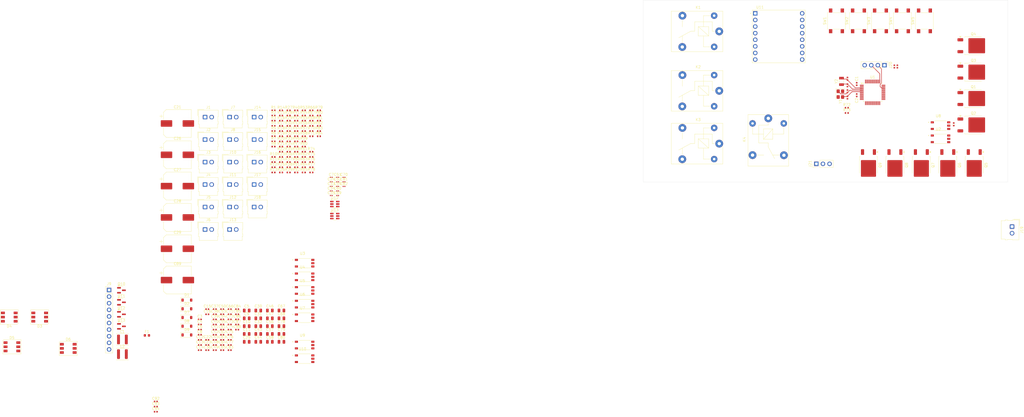
<source format=kicad_pcb>
(kicad_pcb (version 20241229) (generator "pcbnew") (generator_version "9.0")
  (layers (0 "F.Cu" signal) (2 "B.Cu" signal) (13 "F.Paste" user) (15 "B.Paste" user) (5 "F.SilkS" user "F.Silkscreen") (7 "B.SilkS" user "B.Silkscreen") (1 "F.Mask" user) (3 "B.Mask" user) (25 "Edge.Cuts" user))
  (net 0 "")
  (net 1 "GND")
  (net 2 "+3.3V")
  (net 3 "/NRST")
  (net 4 "+12V")
  (net 5 "/BTN1")
  (net 6 "/BTN2")
  (net 7 "/BTN3")
  (net 8 "/BTN4")
  (net 9 "/OSC_IN")
  (net 10 "/OSC_OUT")
  (net 11 "/OSC32_IN")
  (net 12 "/OSC32_OUT")
  (net 13 "+5V")
  (net 14 "Net-(U12-SW)")
  (net 15 "Net-(U12-BS)")
  (net 16 "Net-(U13-SW)")
  (net 17 "Net-(U13-BS)")
  (net 18 "Net-(D1-A)")
  (net 19 "Net-(D2-A)")
  (net 20 "Net-(D3-DO)")
  (net 22 "Net-(D3-DIN1)")
  (net 23 "Net-(D4-DO)")
  (net 26 "Net-(D5-DO)")
  (net 29 "Net-(D7-A)")
  (net 30 "Net-(D8-A)")
  (net 31 "Net-(D9-K)")
  (net 32 "Net-(J1-Pin_2)")
  (net 33 "Net-(J2-Pin_2)")
  (net 34 "Net-(J3-Pin_2)")
  (net 35 "Net-(J4-Pin_2)")
  (net 36 "Net-(J5-Pin_2)")
  (net 37 "Net-(J6-Pin_2)")
  (net 38 "Net-(J7-Pin_2)")
  (net 39 "Net-(J8-Pin_2)")
  (net 40 "/SPI_CS")
  (net 42 "/GPIO4")
  (net 43 "/GPIO2")
  (net 44 "/SPI_SCK")
  (net 45 "/GPIO3")
  (net 46 "/SPI_MOSI")
  (net 47 "/SCL")
  (net 48 "/SPI_MISO")
  (net 49 "/SDA")
  (net 50 "Net-(J10-Pin_2)")
  (net 51 "Net-(J11-Pin_2)")
  (net 52 "Net-(J11-Pin_1)")
  (net 53 "Net-(J12-Pin_1)")
  (net 54 "Net-(J12-Pin_2)")
  (net 55 "Net-(J13-Pin_1)")
  (net 56 "Net-(J13-Pin_2)")
  (net 57 "Net-(J14-Pin_1)")
  (net 58 "Net-(J14-Pin_2)")
  (net 59 "/SPK_DN")
  (net 60 "/SPK_DP")
  (net 61 "/LEVEL_LOW")
  (net 62 "/LEVEL_HIGH")
  (net 63 "/TEMP_SENS")
  (net 64 "/SWCLK")
  (net 65 "/SWDIO")
  (net 70 "Net-(Q1-G)")
  (net 71 "Net-(Q2-G)")
  (net 72 "Net-(Q3-G)")
  (net 73 "Net-(Q4-G)")
  (net 74 "Net-(Q5-G)")
  (net 75 "Net-(Q6-G)")
  (net 76 "Net-(Q7-G)")
  (net 77 "Net-(Q8-G)")
  (net 78 "Net-(Q9-G)")
  (net 79 "Net-(Q10-G)")
  (net 80 "Net-(Q11-G)")
  (net 81 "Net-(Q12-G)")
  (net 82 "Net-(Q13-G)")
  (net 83 "/BOOT")
  (net 84 "Net-(U9-VO)")
  (net 85 "Net-(U9-VCC)")
  (net 86 "/PWM1")
  (net 87 "Net-(R6-Pad2)")
  (net 88 "Net-(R62-Pad1)")
  (net 89 "/PWM2")
  (net 90 "Net-(U8-VCC)")
  (net 91 "Net-(U8-VO)")
  (net 92 "Net-(R11-Pad2)")
  (net 93 "/PWM3")
  (net 94 "/PWM4")
  (net 95 "Net-(R12-Pad2)")
  (net 96 "Net-(U7-VCC)")
  (net 97 "Net-(U6-VCC)")
  (net 98 "Net-(U7-VO)")
  (net 99 "Net-(U6-VO)")
  (net 100 "/PWM5")
  (net 101 "Net-(R19-Pad2)")
  (net 102 "Net-(R20-Pad2)")
  (net 103 "/PWM6")
  (net 104 "Net-(R21-Pad2)")
  (net 105 "/PWM7")
  (net 106 "Net-(R22-Pad2)")
  (net 107 "/PWM8")
  (net 108 "Net-(U5-VCC)")
  (net 109 "Net-(U4-VCC)")
  (net 110 "Net-(U3-VCC)")
  (net 111 "Net-(U2-VCC)")
  (net 112 "Net-(U5-VO)")
  (net 113 "Net-(U4-VO)")
  (net 114 "Net-(U3-VO)")
  (net 115 "Net-(U2-VO)")
  (net 116 "Net-(R35-Pad1)")
  (net 117 "Net-(U10-CATHODE)")
  (net 118 "Net-(U10-VO)")
  (net 119 "Net-(U10-VCC)")
  (net 120 "/RELAY1")
  (net 121 "/RELAY2")
  (net 122 "/RGB_LED")
  (net 123 "/DC_OUT")
  (net 124 "/RELAY3")
  (net 125 "/RELAY4")
  (net 126 "Net-(U2-CATHODE)")
  (net 127 "Net-(U6-CATHODE)")
  (net 128 "Net-(U7-CATHODE)")
  (net 129 "Net-(U8-CATHODE)")
  (net 130 "Net-(U9-CATHODE)")
  (net 131 "Net-(U3-CATHODE)")
  (net 132 "Net-(U4-CATHODE)")
  (net 133 "Net-(U5-CATHODE)")
  (net 134 "Net-(U11-TX)")
  (net 135 "/MCU_RX")
  (net 136 "Net-(U11-RX)")
  (net 137 "/MCU_TX")
  (net 138 "Net-(U12-FB)")
  (net 139 "Net-(U12-EN)")
  (net 140 "Net-(U13-EN)")
  (net 141 "Net-(U13-FB)")
  (net 142 "/IR_IN")
  (footprint "Capacitor_SMD:C_0402_1005Metric" (layer "F.Cu") (at -99.954 174.824)
    (property "Reference" "C73")
    (property "Value" "1uF")
  )
  (footprint "Resistor_SMD:R_0402_1005Metric" (layer "F.Cu") (at -74.394 114.334)
    (property "Reference" "R51")
    (property "Value" "100R")
  )
  (footprint "Capacitor_SMD:C_0402_1005Metric" (layer "F.Cu") (at -102.824 182.704)
    (property "Reference" "C64")
    (property "Value" "100nF")
  )
  (footprint "Resistor_SMD:R_0402_1005Metric" (layer "F.Cu") (at -77.304 108.364)
    (property "Reference" "R35")
    (property "Value" "100R")
  )
  (footprint "Resistor_SMD:R_0402_1005Metric" (layer "F.Cu") (at -65.664 94.434)
    (property "Reference" "R80")
    (property "Value" "45.3k")
  )
  (footprint "Capacitor_SMD:C_0402_1005Metric" (layer "F.Cu") (at -105.694 180.734)
    (property "Reference" "C45")
    (property "Value" "100nF")
  )
  (footprint "Connector_Molex:Molex_SL_171971-0002_1x02_P2.54mm_Vertical" (layer "F.Cu") (at -99.994 103.674)
    (property "Reference" "J8")
    (property "Value" "PWM_OUT")
  )
  (footprint "Capacitor_SMD:C_0402_1005Metric" (layer "F.Cu") (at -102.824 176.794)
    (property "Reference" "C61")
    (property "Value" "1uF")
  )
  (footprint "Diode_SMD:D_SOD-123" (layer "F.Cu") (at -116.409 175.474)
    (property "Reference" "D8")
    (property "Value" "1N5819")
  )
  (footprint "Resistor_SMD:R_0402_1005Metric" (layer "F.Cu") (at -68.574 96.424)
    (property "Reference" "R68")
    (property "Value" "100R")
  )
  (footprint "Capacitor_SMD:C_0201_0603Metric" (layer "F.Cu") (at -60.924 125.194)
    (property "Reference" "C35")
    (property "Value" "4.7uF")
  )
  (footprint "Package_TO_SOT_SMD:SOT-23" (layer "F.Cu") (at -141.554 170.899)
    (property "Reference" "Q12")
    (property "Value" "2N7002H")
  )
  (footprint "Fuse:Fuse_0603_1608Metric" (layer "F.Cu") (at -131.764 179.004)
    (property "Reference" "F1")
    (property "Value" "630mA")
  )
  (footprint "Resistor_SMD:R_0402_1005Metric" (layer "F.Cu") (at -80.214 114.334)
    (property "Reference" "R25")
    (property "Value" "10k")
  )
  (footprint "Resistor_SMD:R_0402_1005Metric" (layer "F.Cu") (at -74.394 98.414)
    (property "Reference" "R43")
    (property "Value" "10k")
  )
  (footprint "Connector_Molex:Molex_SL_171971-0002_1x02_P2.54mm_Vertical" (layer "F.Cu") (at -90.564 112.324)
    (property "Reference" "J16")
    (property "Value" "LEVEL_LOW")
  )
  (footprint "Capacitor_SMD:C_0805_2012Metric" (layer "F.Cu") (at -84.524 172.444)
    (property "Reference" "C47")
    (property "Value" "10uF")
  )
  (footprint "Resistor_SMD:R_0402_1005Metric" (layer "F.Cu") (at -74.394 96.424)
    (property "Reference" "R42")
    (property "Value" "100R")
  )
  (footprint "Package_TO_SOT_SMD:SOT-23" (layer "F.Cu") (at -141.554 161.649)
    (property "Reference" "Q10")
    (property "Value" "2N7002H")
  )
  (footprint "tlp:IC_TLP152" (layer "F.Cu") (at -71.172 187.974)
    (property "Reference" "U10")
    (property "Value" "TLP152")
  )
  (footprint "Capacitor_SMD:C_0805_2012Metric" (layer "F.Cu") (at -88.974 172.444)
    (property "Reference" "C31")
    (property "Value" "10uF")
  )
  (footprint "Capacitor_SMD:C_0805_2012Metric" (layer "F.Cu") (at -80.074 169.434)
    (property "Reference" "C67")
    (property "Value" "10uF")
  )
  (footprint "Package_TO_SOT_SMD:TO-252-2" (layer "F.Cu") (at 185.835 98.045)
    (property "Reference" "Q2")
    (property "Value" "IRFR220")
  )
  (footprint "Capacitor_SMD:C_0805_2012Metric" (layer "F.Cu") (at -80.074 172.444)
    (property "Reference" "C68")
    (property "Value" "10uF")
  )
  (footprint "Capacitor_SMD:C_0805_2012Metric" (layer "F.Cu") (at -88.974 178.464)
    (property "Reference" "C43")
    (property "Value" "10uF")
  )
  (footprint "Capacitor_SMD:CP_Elec_10x10.5" (layer "F.Cu") (at -120.039 121.574)
    (property "Reference" "C27")
    (property "Value" "470uF")
  )
  (footprint "Capacitor_SMD:C_0402_1005Metric" (layer "F.Cu") (at -102.824 172.854)
    (property "Reference" "C54")
    (property "Value" "100nF")
  )
  (footprint "Resistor_SMD:R_0402_1005Metric" (layer "F.Cu") (at -74.394 102.394)
    (property "Reference" "R45")
    (property "Value" "100R")
  )
  (footprint "Connector_Molex:Molex_SL_171971-0002_1x02_P2.54mm_Vertical" (layer "F.Cu") (at -99.994 95.024)
    (property "Reference" "J7")
    (property "Value" "PWM_OUT")
  )
  (footprint "Capacitor_SMD:C_0402_1005Metric" (layer "F.Cu") (at 137.414 80.264 90)
    (property "Reference" "C19" (hide yes))
    (property "Value" "8pF")
  )
  (footprint "Resistor_SMD:R_0402_1005Metric" (layer "F.Cu") (at -77.304 104.384)
    (property "Reference" "R33")
    (property "Value" "10k")
  )
  (footprint "Capacitor_SMD:C_0201_0603Metric" (layer "F.Cu") (at -58.474 125.194)
    (property "Reference" "C69")
    (property "Value" "4.7uF")
  )
  (footprint "Resistor_SMD:R_0402_1005Metric" (layer "F.Cu") (at -83.124 114.334)
    (property "Reference" "R12")
    (property "Value" "100R")
  )
  (footprint "tlp:IC_TLP152" (layer "F.Cu") (at 173.175 98.305)
    (property "Reference" "U8")
    (property "Value" "TLP152")
  )
  (footprint "Resistor_SMD:R_0402_1005Metric" (layer "F.Cu") (at -77.304 116.324)
    (property "Reference" "R39")
    (property "Value" "100R")
  )
  (footprint "Capacitor_SMD:C_0805_2012Metric" (layer "F.Cu") (at -80.074 181.474)
    (property "Reference" "C80")
    (property "Value" "10uF")
  )
  (footprint "tlp:IC_TLP152" (layer "F.Cu") (at -71.172 156.474)
    (property "Reference" "U4")
    (property "Value" "TLP152")
  )
  (footprint "Capacitor_SMD:C_0402_1005Metric" (layer "F.Cu") (at -108.564 170.884)
    (property "Reference" "C16")
    (property "Value" "100nF")
  )
  (footprint "Resistor_SMD:R_0402_1005Metric" (layer "F.Cu") (at -77.304 102.394)
    (property "Reference" "R32")
    (property "Value" "10k")
  )
  (footprint "Capacitor_SMD:C_0805_2012Metric" (layer "F.Cu") (at -93.424 178.464)
    (property "Reference" "C11")
    (property "Value" "10uF")
  )
  (footprint "Capacitor_SMD:C_0402_1005Metric" (layer "F.Cu") (at -97.084 174.824)
    (property "Reference" "C87")
    (property "Value" "100nF")
  )
  (footprint "Button_Switch_SMD:SW_SPST_B3S-1000" (layer "F.Cu") (at 167 58 90)
    (property "Reference" "SW5")
    (property "Value" "SW_Push")
  )
  (footprint "Resistor_SMD:R_0402_1005Metric" (layer "F.Cu") (at -74.394 106.374)
    (property "Reference" "R47")
    (property "Value" "10k")
  )
  (footprint "Resistor_SMD:R_0402_1005Metric" (layer "F.Cu") (at -80.214 108.364)
    (property "Reference" "R22")
    (property "Value" "100R")
  )
  (footprint "Capacitor_SMD:C_0805_2012Metric" (layer "F.Cu") (at -88.974 169.434)
    (property "Reference" "C30")
    (property "Value" "10uF")
  )
  (footprint "Capacitor_SMD:C_0402_1005Metric" (layer "F.Cu") (at -102.824 174.824)
    (property "Reference" "C55")
    (property "Value" "100nF")
  )
  (footprint "LED_SMD:LED_WS2812_PLCC6_5.0x5.0mm_P1.6mm" (layer "F.Cu") (at -162 184)
    (property "Reference" "D6")
    (property "Value" "WS2815")
  )
  (footprint "Resistor_SMD:R_0402_1005Metric" (layer "F.Cu") (at -71.484 116.324)
    (property "Reference" "R65")
    (property "Value" "100R")
  )
  (footprint "Connector_Molex:Molex_SL_171971-0002_1x02_P2.54mm_Vertical" (layer "F.Cu") (at -90.564 103.674)
    (property "Reference" "J15")
    (property "Value" "SPK")
  )
  (footprint "Capacitor_SMD:C_0402_1005Metric" (layer "F.Cu") (at -102.824 184.674)
    (property "Reference" "C65")
    (property "Value" "100nF")
  )
  (footprint "Resistor_SMD:R_0402_1005Metric" (layer "F.Cu") (at -71.484 102.394)
    (property "Reference" "R58")
    (property "Value" "100R")
  )
  (footprint "Package_TO_SOT_SMD:TO-252-2" (layer "F.Cu") (at 145.495 113.505 -90)
    (property "Reference" "Q9")
    (property "Value" "IRFR220")
  )
  (footprint "Resistor_SMD:R_0402_1005Metric" (layer "F.Cu") (at -68.574 92.444)
    (property "Reference" "R66")
    (property "Value" "100R")
  )
  (footprint "Capacitor_SMD:C_0402_1005Metric" (layer "F.Cu") (at -99.954 178.764)
    (property "Reference" "C75")
    (property "Value" "100nF")
  )
  (footprint "Capacitor_SMD:C_0201_0603Metric" (layer "F.Cu") (at -56.024 119.944)
    (property "Reference" "C81")
    (property "Value" "4.7uF")
  )
  (footprint "Relay_THT:Relay_SPDT_SANYOU_SRD_Series_Form_C" (layer "F.Cu") (at 107 95.5 -90)
    (property "Reference" "K4")
    (property "Value" "SANYOU_SRD_Form_C")
  )
  (footprint "Capacitor_SMD:C_0402_1005Metric" (layer "F.Cu") (at 137.414 82.804 -90)
    (property "Reference" "C20" (hide yes))
    (property "Value" "8pF")
  )
  (footprint "Capacitor_SMD:C_0201_0603Metric" (layer "F.Cu") (at -60.924 119.944)
    (property "Reference" "C24")
    (property "Value" "4.7uF")
  )
  (footprint "Capacitor_SMD:C_0201_0603Metric" (layer "F.Cu") (at -56.024 121.694)
    (property "Reference" "C82")
    (property "Value" "4.7uF")
  )
  (footprint "Capacitor_SMD:C_0805_2012Metric" (layer "F.Cu") (at -88.974 181.474)
    (property "Reference" "C44")
    (property "Value" "10uF")
  )
  (footprint "Package_TO_SOT_SMD:SOT-23" (layer "F.Cu") (at -141.554 166.274)
    (property "Reference" "Q11")
    (property "Value" "2N7002H")
  )
  (footprint "Resistor_SMD:R_0402_1005Metric" (layer "F.Cu") (at 178.255 97.795 90)
    (property "Reference" "R9" (hide yes))
    (property "Value" "100R")
  )
  (footprint "Package_TO_SOT_SMD:TO-252-2" (layer "F.Cu") (at 186.135 113.505 -90)
    (property "Reference" "Q5")
    (property "Value" "IRFR220")
  )
  (footprint "Resistor_SMD:R_0402_1005Metric" (layer "F.Cu") (at -74.394 100.404)
    (property "Reference" "R44")
    (property "Value" "10k")
  )
  (footprint "Capacitor_SMD:C_0402_1005Metric" (layer "F.Cu") (at -97.084 170.884)
    (property "Reference" "C85")
    (property "Value" "1uF")
  )
  (footprint "Connector_Molex:Molex_SL_171971-0002_1x02_P2.54mm_Vertical" (layer "F.Cu") (at -99.994 129.624)
    (property "Reference" "J12")
    (property "Value" "AC_OUT")
  )
  (footprint "Diode_SMD:D_SOD-123" (layer "F.Cu") (at -116.409 168.774)
    (property "Reference" "D2")
    (property "Value" "1N5819")
  )
  (footprint "Resistor_SMD:R_0402_1005Metric" (layer "F.Cu") (at -83.124 102.394)
    (property "Reference" "R6")
    (property "Value" "100R")
  )
  (footprint "Resistor_SMD:R_0402_1005Metric" (layer "F.Cu") (at -80.214 104.384)
    (property "Reference" "R20")
    (property "Value" "100R")
  )
  (footprint "Resistor_SMD:R_0402_1005Metric" (layer "F.Cu") (at -74.394 94.434)
    (property "Reference" "R41")
    (property "Value" "10k")
  )
  (footprint "Resistor_SMD:R_0402_1005Metric" (layer "F.Cu") (at -71.484 104.384)
    (property "Reference" "R59")
    (property "Value" "100R")
  )
  (footprint "Capacitor_SMD:C_0402_1005Metric" (layer "F.Cu") (at -108.564 182.704)
    (property "Reference" "C23")
    (property "Value" "1uF")
  )
  (footprint "Capacitor_SMD:C_0402_1005Metric" (layer "F.Cu") (at -108.564 168.914)
    (property "Reference" "C15")
    (property "Value" "100nF")
  )
  (footprint "Inductor_SMD:L_APV_ANR4010" (layer "F.Cu") (at -141.184 180.569)
    (property "Reference" "L1")
    (property "Value" "2.2uH")
  )
  (footprint "Resistor_SMD:R_0402_1005Metric" (layer "F.Cu") (at -71.484 100.404)
    (property "Reference" "R57")
    (property "Value" "100R")
  )
  (footprint "Capacitor_SMD:CP_Elec_10x10.5" (layer "F.Cu") (at -120.039 109.524)
    (property "Reference" "C26")
    (property "Value" "470uF")
  )
  (footprint "Connector_Molex:Molex_SL_171971-0002_1x02_P2.54mm_Vertical" (layer "F.Cu") (at -109.424 95.024)
    (property "Reference" "J1")
    (property "Value" "PWM_OUT")
  )
  (footprint "LED_SMD:LED_WS2812_PLCC6_5.0x5.0mm_P1.6mm" (layer "F.Cu") (at -172.974 171.958 180)
    (property "Reference" "D3")
    (property "Value" "WS2815")
  )
  (footprint "Package_QFP:LQFP-48_7x7mm_P0.5mm" (layer "F.Cu") (at 147.078 85.4995)
    (property "Reference" "U1")
    (property "Value" "STM32F030C6Tx")
  )
  (footprint "Resistor_SMD:R_0402_1005Metric" (layer "F.Cu") (at -68.574 114.334)
    (property "Reference" "R77")
    (property "Value" "10k")
  )
  (footprint "Connector_PinHeader_2.54mm:PinHeader_1x04_P2.54mm_Vertical" (layer "F.Cu") (at 151.638 75.057 -90)
    (property "Reference" "J20")
    (property "Value" "Conn_01x04_Pin")
  )
  (footprint "Capacitor_SMD:C_0805_2012Metric" (layer "F.Cu") (at -88.974 175.454)
    (property "Reference" "C32")
    (property "Value" "10uF")
  )
  (footprint "Capacitor_SMD:C_0402_1005Metric" (layer "F.Cu") (at -105.694 170.884)
    (property "Reference" "C38")
    (property "Value" "1uF")
  )
  (footprint "Capacitor_SMD:C_0805_2012Metric" (layer "F.Cu") (at -84.524 169.434)
    (property "Reference" "C46")
    (property "Value" "10uF")
  )
  (footprint "Connector_PinHeader_2.54mm:PinHeader_1x03_P2.54mm_Vertical" (layer "F.Cu") (at 125.46 113 90)
    (property "Reference" "J21")
    (property "Value" "IR")
  )
  (footprint "Resistor_SMD:R_0402_1005Metric" (layer "F.Cu") (at -80.214 110.354)
    (property "Reference" "R23")
    (property "Value" "10k")
  )
  (footprint "Capacitor_SMD:C_0402_1005Metric" (layer "F.Cu") (at 156.591 75.565 -90)
    (property "Reference" "C90" (hide yes))
    (property "Value" "100nF")
  )
  (footprint "Button_Switch_SMD:SW_SPST_B3S-1000" (layer "F.Cu") (at 158.55 58 90)
    (property "Reference" "SW4")
    (property "Value" "SW_Push")
  )
  (footprint "Resistor_SMD:R_0402_1005Metric" (layer "F.Cu") (at -68.574 110.354)
    (property "Reference" "R75")
    (property "Value" "10k")
  )
  (footprint "Capacitor_SMD:C_0402_1005Metric" (layer "F.Cu") (at -111.434 174.824)
    (property "Reference" "C4")
    (property "Value" "100nF")
  )
  (footprint "LED_SMD:LED_WS2812_PLCC6_5.0x5.0mm_P1.6mm" (layer "F.Cu") (at -183.642 183.388)
    (property "Reference" "D5")
    (property "Value" "WS2815")
  )
  (footprint "Diode_SMD:D_SOD-123" (layer "F.Cu") (at -116.409 172.124)
    (property "Reference" "D7")
    (property "Value" "1N5819")
  )
  (footprint "Resistor_SMD:R_0402_1005Metric" (layer "F.Cu") (at -83.124 94.434)
    (property "Reference" "R2")
    (property "Value" "10k")
  )
  (footprint "Inductor_SMD:L_APV_ANR4010" (layer "F.Cu") (at -141.184 186.209)
    (property "Reference" "L2")
    (property "Value" "2.2uH")
  )
  (footprint "Capacitor_SMD:C_0402_1005Metric" (layer "F.Cu") (at -99.954 182.704)
    (property "Reference" "C77")
    (property "Value" "100nF")
  )
  (footprint "Resistor_SMD:R_0402_1005Metric" (layer "F.Cu") (at -74.394 112.344)
    (property "Reference" "R50")
    (property "Value" "100R")
  )
  (footprint "Capacitor_SMD:C_0402_1005Metric" (layer "F.Cu") (at -99.954 176.794)
    (property "Reference" "C74")
    (property "Value" "100nF")
  )
  (footprint "Resistor_SMD:R_0402_1005Metric" (layer "F.Cu") (at -74.394 110.354)
    (property "Reference" "R49")
    (property "Value" "10k")
  )
  (footprint "Resistor_SMD:R_0402_1005Metric" (layer "F.Cu") (at -83.124 110.354)
    (property "Reference" "R10")
    (property "Value" "10k")
  )
  (footprint "tlp:IC_TLP152" (layer "F.Cu") (at -71.172 151.224)
    (property "Reference" "U3")
    (property "Value" "TLP152")
  )
  (footprint "Connector_Molex:Molex_SL_171971-0002_1x02_P2.54mm_Vertical" (layer "F.Cu") (at 200.66 137.16 -90)
    (property "Reference" "J19")
    (property "Value" "VIN")
  )
  (footprint "Capacitor_SMD:C_0201_0603Metric" (layer "F.Cu") (at -58.474 123.444)
    (property "Reference" "C60")
    (property "Value" "4.7uF")
  )
  (footprint "Relay_THT:Relay_SPDT_SANYOU_SRD_Series_Form_C" (layer "F.Cu") (at 88.15 105.23 180)
    (property "Reference" "K3")
    (property "Value" "SANYOU_SRD_Form_C")
  )
  (footprint "Package_TO_SOT_SMD:TO-252-2" (layer "F.Cu") (at 175.975 113.505 -90)
    (property "Reference" "Q6")
    (property "Value" "IRFR220")
  )
  (footprint "Connector_Molex:Molex_SL_171971-0002_1x02_P2.54mm_Vertical" (layer "F.Cu") (at -99.994 112.324)
    (property "Reference" "J10")
    (property "Value" "PWM_OUT")
  )
  (footprint "Resistor_SMD:R_0402_1005Metric" (layer "F.Cu") (at -77.304 96.424)
    (property "Reference" "R29")
    (property "Value" "100R")
  )
  (footprint "Resistor_SMD:R_0402_1005Metric" (layer "F.Cu") (at -68.574 112.344)
    (property "Reference" "R76")
    (property "Value" "10k")
  )
  (footprint "tlp:IC_TLP152" (layer "F.Cu") (at -71.172 161.724)
    (property "Reference" "U5")
    (property "Value" "TLP152")
  )
  (footprint "Resistor_SMD:R_0402_1005Metric" (layer "F.Cu") (at -71.484 98.414)
    (property "Reference" "R56")
    (property "Value" "100R")
  )
  (footprint "dfrobot:MODULE_DFR0299" (layer "F.Cu") (at 111 64)
    (property "Reference" "U11")
    (property "Value" "DFR0299")
  )
  (footprint "Crystal:Crystal_SMD_3225-4Pin_3.2x2.5mm" (layer "F.Cu") (at 134.708 86.19 -90)
    (property "Reference" "Y1")
    (property "Value" "8Mhz")
  )
  (footprint "Connector_Molex:Molex_SL_171971-0002_1x02_P2.54mm_Vertical" (layer "F.Cu") (at -109.424 129.624)
    (property "Reference" "J5")
    (property "Value" "PWM_OUT")
  )
  (footprint "Capacitor_SMD:C_0402_1005Metric" (layer "F.Cu") (at -97.084 172.854)
    (property "Reference" "C86")
    (property "Value" "100nF")
  )
  (footprint "Package_TO_SOT_SMD:TO-252-2" (layer "F.Cu") (at 185.835 87.885)
    (property "Reference" "Q1")
    (property "Value" "IRFR220")
  )
  (footprint "Capacitor_SMD:C_0805_2012Metric" (layer "F.Cu") (at -93.424 175.454)
    (property "Reference" "C10")
    (property "Value" "10uF")
  )
  (footprint "LED_SMD:LED_WS2812_PLCC6_5.0x5.0mm_P1.6mm" (layer "F.Cu") (at -184.658 171.958 180)
    (property "Reference" "D4")
    (property "Value" "WS2815")
  )
  (footprint "Capacitor_SMD:C_0805_2012Metric" (layer "F.Cu") (at -80.074 175.454)
    (property "Reference" "C78")
    (property "Value" "10uF")
  )
  (footprint "Resistor_SMD:R_0402_1005Metric" (layer "F.Cu") (at -80.214 112.344)
    (property "Reference" "R24")
    (property "Value" "10k")
  )
  (footprint "Resistor_SMD:R_0402_1005Metric" (layer "F.Cu") (at -68.574 98.414)
    (property "Reference" "R69")
    (property "Value" "100R")
  )
  (footprint "Capacitor_SMD:C_0402_1005Metric" (layer "F.Cu") (at -99.954 170.884)
    (property "Reference" "C71")
    (property "Value" "1uF")
  )
  (footprint "Connector_Molex:Molex_SL_171971-0002_1x02_P2.54mm_Vertical" (layer "F.Cu") (at -109.424 103.674)
    (property "Reference" "J2")
    (property "Value" "PWM_OUT")
  )
  (footprint "Resistor_SMD:R_0402_1005Metric" (layer "F.Cu") (at -77.304 100.404)
    (property "Reference" "R31")
    (property "Value" "10k")
  )
  (footprint "Resistor_SMD:R_0402_1005Metric" (layer "F.Cu") (at -77.304 114.334)
    (property "Reference" "R38")
    (property "Value" "10k")
  )
  (footprint "Resistor_SMD:R_0402_1005Metric" (layer "F.Cu") (at -74.394 104.384)
    (property "Reference" "R46")
    (property "Value" "10k")
  )
  (footprint "Button_Switch_SMD:SW_SPST_B3S-1000" (layer "F.Cu") (at 141.65 58 90)
    (property "Reference" "SW2")
    (property "Value" "SW_Push")
  )
  (footprint "Capacitor_SMD:C_0805_2012Metric" (layer "F.Cu") (at -84.524 181.474)
    (property "Reference" "C58")
    (property "Value" "10uF")
  )
  (footprint "Diode_SMD:D_SOD-123" (layer "F.Cu") (at -116.409 178.824)
    (property "Reference" "D9")
    (property "Value" "1N5819")
  )
  (footprint "Capacitor_SMD:C_0402_1005Metric" (layer "F.Cu") (at -99.954 184.674)
    (property "Reference" "C83")
    (property "Value" "1uF")
  )
  (footprint "Resistor_SMD:R_0402_1005Metric" (layer "F.Cu") (at -74.394 116.324)
    (property "Reference" "R52")
    (property "Value" "10k")
  )
  (footprint "Resistor_SMD:R_0402_1005Metric" (layer "F.Cu") (at -65.664 96.424)
    (property "Reference" "R81")
    (property "Value" "10k")
  )
  (footprint "Capacitor_SMD:C_0805_2012Metric" (layer "F.Cu") (at -93.424 181.474)
    (property "Reference" "C25")
    (property "Value" "10uF")
  )
  (footprint "Button_Switch_SMD:SW_SPST_B3S-1000" (layer "F.Cu") (at 133.2 58 90)
    (property "Reference" "SW1")
    (property "Value" "SW_Push")
  )
  (footprint "Connector_Molex:Molex_SL_171971-0002_1x02_P2.54mm_Vertical" (layer "F.Cu") (at -99.994 120.974)
    (property "Reference" "J11")
    (property "Value" "AC_OUT")
  )
  (footprint "Capacitor_SMD:C_0402_1005Metric" (layer "F.Cu") (at -128.35 206.4)
    (property "Reference" "C93")
    (property "Value" "100nF")
  )
  (footprint "Capacitor_SMD:C_0201_0603Metric" (layer "F.Cu") (at -58.474 118.194)
    (property "Reference" "C51")
    (property "Value" "4.7uF")
  )
  (footprint "Capacitor_SMD:C_0402_1005Metric" (layer "F.Cu") (at -111.434 172.854)
    (property "Reference" "C3")
    (property "Value" "100nF")
  )
  (footprint "Resistor_SMD:R_0402_1005Metric" (layer "F.Cu") (at -77.304 98.414)
    (property "Reference" "R30")
    (property "Value" "100R")
  )
  (footprint "Package_TO_SOT_SMD:TO-252-2" (layer "F.Cu") (at 165.815 113.505 -90)
    (property "Reference" "Q7")
    (property "Value" "IRFR220")
  )
  (footprint "Capacitor_SMD:C_0402_1005Metric" (layer "F.Cu") (at -105.694 168.914)
    (property "Reference" "C37")
    (property "Value" "1uF")
  )
  (footprint "Capacitor_SMD:C_0402_1005Metric" (layer "F.Cu") (at -111.434 180.734)
    (property "Reference" "C12")
    (property "Value" "100nF")
  )
  (footprint "Connector_Molex:Molex_SL_171971-0002_1x02_P2.54mm_Vertical" (layer "F.Cu") (at -109.424 120.974)
    (property "Reference" "J4")
    (property "Value" "PWM_OUT")
  )
  (footprint "Resistor_SMD:R_0402_1005Metric" (layer "F.Cu") (at -65.664 98.414)
    (property "Reference" "R82")
    (property "Value" "10k")
  )
  (footprint "Diode_SMD:D_SOD-123" (layer "F.Cu") (at -116.409 165.424)
    (property "Reference" "D1")
    (property "Value" "1N5819")
  )
  (footprint "Resistor_SMD:R_0402_1005Metric" (layer "F.Cu") (at -77.304 112.344)
    (property "Reference" "R37")
    (property "Value" "100R")
  )
  (footprint "Resistor_SMD:R_0402_1005Metric" (layer "F.Cu") (at -80.214 94.434)
    (property "Reference" "R15")
    (property "Value" "100R")
  )
  (footprint "Resistor_SMD:R_0402_1005Metric" (layer "F.Cu") (at -68.574 102.394)
    (property "Reference" "R71")
    (property "Value" "100R")
  )
  (footprint "Resistor_SMD:R_0402_1005Metric" (layer "F.Cu") (at -83.124 100.404)
    (property "Reference" "R5")
    (property "Value" "10k")
  )
  (footprint "Resistor_SMD:R_0402_1005Metric" (layer "F.Cu") (at -80.214 96.424)
    (property "Reference" "R16")
    (property "Value" "100R")
  )
  (footprint "Resistor_SMD:R_0402_1005Metric" (layer "F.Cu") (at -80.214 100.404)
    (property "Reference" "R18")
    (property "Value" "10k")
  )
  (footprint "Capacitor_SMD:C_0201_0603Metric" (layer "F.Cu") (at -60.924 123.444)
    (property "Reference" "C34")
    (property "Value" "4.7uF")
  )
  (footprint "Capacitor_SMD:C_0402_1005Metric" (layer "F.Cu") (at -111.434 182.704)
    (property "Reference" "C13")
    (property "Value" "100nF")
  )
  (footprint "Capacitor_SMD:C_0201_0603Metric" (layer "F.Cu") (at -58.474 119.944)
    (property "Reference" "C52")
    (property "Value" "4.7uF")
  )
  (footprint "Capacitor_SMD:C_0805_2012Metric" (layer "F.Cu") (at -80.074 178.464)
    (property "Reference" "C79")
    (property "Value" "10uF")
  )
  (footprint "tlp:IC_TLP152" (layer "F.Cu") (at -71.172 172.224)
    (property "Reference" "U7")
    (property "Value" "TLP152")
  )
  (footprint "Capacitor_SMD:CP_Elec_10x10.5" (layer "F.Cu") (at -120.039 133.624)
    (property "Reference" "C28")
    (property "Value" "470uF")
  )
  (footprint "tlp:IC_TLP152" (layer "F.Cu") (at 173.175 103.385)
    (property "Reference" "U2")
    (property "Value" "TLP152")
  )
  (footprint "Resistor_SMD:R_0402_1005Metric" (layer "F.Cu") (at -65.664 100.404)
    (property "Reference" "R83")
    (property "Value" "75k")
  )
  (footprint "Capacitor_SMD:C_0402_1005Metric" (layer "F.Cu") (at -111.434 176.794)
    (property "Reference" "C6")
    (property "Value" "1uF")
  )
  (footprint "Capacitor_SMD:C_0402_1005Metric" (layer "F.Cu") (at -105.694 184.674)
    (property "Reference" "C49")
    (property "Value" "1uF")
  )
  (footprint "Capacitor_SMD:C_0402_1005Metric" (layer "F.Cu") (at -105.694 172.854)
    (property "Reference" "C39")
    (property "Value" "100nF")
  )
  (footprint "Relay_THT:Relay_SPDT_SANYOU_SRD_Series_Form_C" (layer "F.Cu") (at 88.15 62.05 180)
    (property "Reference" "K1")
    (property "Value" "SANYOU_SRD_Form_C")
  )
  (footprint "Resistor_SMD:R_0402_1005Metric" (layer "F.Cu") (at -68.574 94.434)
    (property "Reference" "R67")
    (property "Value" "100R")
  )
  (footprint "Resistor_SMD:R_0402_1005Metric" (layer "F.Cu") (at -80.214 102.394)
    (property "Reference" "R19")
    (property "Value" "100R")
  )
  (footprint "Resistor_SMD:R_0402_1005Metric" (layer "F.Cu") (at -71.484 92.444)
    (property "Reference" "R53")
    (property "Value" "10k")
  )
  (footprint "Capacitor_SMD:C_0402_1005Metric" (layer "F.Cu") (at -102.824 180.734)
    (property "Reference" "C63")
    (property "Value" "1uF")
  )
  (footprint "Capacitor_SMD:C_0402_1005Metric" (layer "F.Cu") (at -105.694 174.824)
    (property "Reference" "C40")
    (property "Value" "100nF")
  )
  (footprint "Capacitor_SMD:C_0402_1005Metric" (layer "F.Cu") (at -105.694 178.764)
    (property "Reference" "C42")
    (property "Value" "100nF")
  )
  (footprint "Package_TO_SOT_SMD:SOT-23-6" (layer "F.Cu") (at -59.574 128.469)
    (property "Reference" "U12")
    (property "Value" "RY9130")
  )
  (footprint "Capacitor_SMD:C_0402_1005Metric" (layer "F.Cu") (at -99.954 180.734)
    (property "Reference" "C76")
    (property "Value" "100nF")
  )
  (footprint "Resistor_SMD:R_0402_1005Metric" (layer "F.Cu") (at -77.304 110.354)
    (property "Reference" "R36")
    (property "Value" "10k")
  )
  (footprint "Capacitor_SMD:C_0805_2012Metric" (layer "F.Cu") (at -93.424 169.434)
    (property "Reference" "C5")
    (property "Value" "10uF")
  )
  (footprint "Resistor_SMD:R_0402_1005Metric" (layer "F.Cu") (at 137.16 93.43)
    (property "Reference" "R73")
    (property "Value" "100R")
  )
  (footprint "Connector_Molex:Molex_SL_171971-0002_1x02_P2.54mm_Vertical" (layer "F.Cu") (at -90.564 120.974)
    (property "Reference" "J17")
    (property "Value" "LEVEL_HIGH")
  )
  (footprint "Capacitor_SMD:C_0805_2012Metric" (layer "F.Cu") (at -84.524 178.464)
    (property "Reference" "C57")
    (property "Value" "10uF")
  )
  (footprint "Resistor_SMD:R_0402_1005Metric" (layer "F.Cu") (at -71.484 110.354)
    (property "Reference" "R62")
    (property "Value" "100R")
  )
  (footprint "Resistor_SMD:R_0402_1005Metric" (layer "F.Cu") (at -83.124 104.384)
    (property "Reference" "R7")
    (property "Value" "100R")
  )
  (footprint "Capacitor_SMD:C_0402_1005Metric" (layer "F.Cu") (at 137.414 87.503 -90)
    (property "Reference" "C18" (hide yes))
    (property "Value" "18pF")
  )
  (footprint "Resistor_SMD:R_0402_1005Metric" (layer "F.Cu") (at -83.124 106.374)
    (property "Reference" "R8")
    (property "Value" "10k")
  )
  (footprint "Capacitor_SMD:C_0402_1005Metric" (layer "F.Cu") (at -128.35 204.43)
    (property "Reference" "C92")
    (property "Value" "100nF")
  )
  (footprint "Capacitor_SMD:C_0402_1005Metric" (layer "F.Cu") (at 137.414 85.09 90)
    (property "Reference" "C17" (hide yes))
    (property "Value" "18pF")
  )
  (footprint "Capacitor_SMD:C_0402_1005Metric" (layer "F.Cu") (at -102.824 170.884)
    (property "Reference" "C53")
    (property "Value" "100nF")
  )
  (footprint "Capacitor_SMD:C_0402_1005Metric" (layer "F.Cu") (at 155.448 75.565 -90)
    (property "Reference" "C91" (hide yes))
    (property "Value" "1uF")
  )
  (footprint "Resistor_SMD:R_0402_1005Metric" (layer "F.Cu") (at -80.214 92.444)
    (property "Reference" "R14")
    (property "Value" "10k")
  )
  (footprint "Package_TO_SOT_SMD:SOT-23-6" (layer "F.Cu") (at -59.574 133.094)
    (property "Reference" "U13")
    (property "Value" "RY9130")
  )
  (footprint "Capacitor_SMD:C_0201_0603Metric" (layer "F.Cu") (at -58.474 121.694)
    (property "Reference" "C59")
    (property "Value" "4.7uF")
  )
  (footprint "Capacitor_SMD:C_0402_1005Metric" (layer "F.Cu") (at -105.694 176.794)
    (property "Reference" "C41")
    (property "Value" "100nF")
  )
  (footprint "Resistor_SMD:R_0402_1005Metric" (layer "F.Cu") (at -80.214 116.324)
    (property "Reference" "R26")
    (property "Value" "10k")
  )
  (footprint "Capacitor_SMD:C_0805_2012Metric" (layer "F.Cu") (at -84.524 175.454)
    (property "Reference" "C56")
    (property "Value" "10uF")
  )
  (footprint "Connector_Molex:Molex_SL_171971-0002_1x02_P2.54mm_Vertical" (layer "F.Cu") (at -109.424 138.274)
    (property "Reference" "J6")
    (property "Value" "PWM_OUT")
  )
  (footprint "Resistor_SMD:R_0402_1005Metric" (layer "F.Cu") (at -83.124 96.424)
    (property "Reference" "R3")
    (property "Value" "10k")
  )
  (footprint "Capacitor_SMD:C_0402_1005Metric" (layer "F.Cu") (at 140.97 82.296 90)
    (property "Reference" "C1")
    (property "Value" "100nF")
  )
  (footprint "Capacitor_SMD:C_0402_1005Metric" (layer "F.Cu") (at -108.564 184.674)
    (property "Reference" "C36")
    (property "Value" "1uF")
  )
  (footprint "Connector_Molex:Molex_SL_171971-0002_1x02_P2.54mm_Vertical" (layer "F.Cu") (at -90.564 129.624)
    (property "Reference" "J18")
    (property "Value" "LEVEL_HIGH")
  )
  (footprint "Capacitor_SMD:C_0402_1005Metric" (layer "F.Cu") (at -99.954 172.854)
    (property "Reference" "C72")
    (property "Value" "1uF")
  )
  (footprint "Capacitor_SMD:CP_Elec_10x10.5" (layer "F.Cu") (at -120.039 157.724)
    (property "Reference" "C89")
    (property "Value" "470uF")
  )
  (footprint "tlp:IC_TLP152" (layer "F.Cu") (at -71.172 182.724)
    (property "Reference" "U9")
    (property "Value" "TLP152")
  )
  (footprint "Capacitor_SMD:C_0402_1005Metric" (layer "F.Cu") (at -102.824 178.764)
    (property "Reference" "C62")
    (property "Value" "1uF")
  )
  (footprint "Capacitor_SMD:C_0201_0603Metric" (layer "F.Cu") (at -60.924 121.694)
    (property "Reference" "C33")
    (property "Value" "4.7uF")
  )
  (footprint "Package_TO_SOT_SMD:TO-252-2" (layer "F.Cu") (at 185.835 67.565)
    (property "Reference" "Q4")
    (property "Value" "IRFR220")
  )
  (footprint "Resistor_SMD:R_0402_1005Metric" (layer "F.Cu") (at -83.124 98.414)
    (property "Reference" "R4")
    (property "Value" "100R")
  )
  (footprint "Resistor_SMD:R_0402_1005Metric" (layer "F.Cu") (at -80.214 98.414)
    (property "Reference" "R17")
    (property "Value" "10k")
  )
  (footprint "Resistor_SMD:R_0402_1005Metric" (layer "F.Cu") (at -71.484 106.374)
    (property "Reference" "R60")
    (property "Value" "100R")
  )
  (footprint "Resistor_SMD:R_0402_1005Metric" (layer "F.Cu") (at -74.394 108.364)
    (property "Reference" "R48")
    (property "Value" "10k")
  )
  (footprint "Resistor_SMD:R_0402_1005Metric" (layer "F.Cu") (at -74.394 92.444)
    (property "Reference" "R40")
    (property "Value" "10k")
  )
  (footprint "Capacitor_SMD:CP_Elec_10x10.5" (layer "F.Cu") (at -120.039 97.474)
    (property "Reference" "C21")
    (property "Value" "470uF")
  )
  (footprint "Connector_Molex:Molex_SL_171971-0002_1x02_P2.54mm_Vertical" (layer "F.Cu") (at -109.424 112.324)
    (property "Reference" "J3")
    (property "Value" "PWM_OUT")
  )
  (footprint "Capacitor_SMD:C_0402_1005Metric" (layer "F.Cu") (at -105.694 182.704)
    (property "Reference" "C48")
    (property "Value" "1uF")
  )
  (footprint "Capacitor_SMD:CP_Elec_10x10.5" (layer "F.Cu") (at -120.039 145.674)
    (property "Reference" "C29")
    (property "Value" "470uF")
  )
  (footprint "Resistor_SMD:R_0402_1005Metric" (layer "F.Cu") (at -77.304 106.374)
    (property "Reference" "R34")
    (property "Value" "10k")
  )
  (footprint "Capacitor_SMD:C_0402_1005Metric" (layer "F.Cu") (at -102.824 168.914)
    (property "Reference" "C50")
    (property "Value" "1uF")
  )
  (footprint "Resistor_SMD:R_0402_1005Metric" (layer "F.Cu") (at -68.574 116.324)
    (property "Reference" "R78")
    (property "Value" "10k")
  )
  (footprint "Package_TO_SOT_SMD:SOT-23" (layer "F.Cu") (at -141.554 175.524)
    (property "Reference" "Q13")
    (property "Value" "2N7002H")
  )
  (footprint "Package_TO_SOT_SMD:TO-252-2" (layer "F.Cu") (at 155.655 113.505 -90)
    (property "Reference" "Q8")
    (property "Value" "IRFR220")
  )
  (footprint "Resistor_SMD:R_0402_1005Metric" (layer "F.Cu") (at -77.304 94.434)
    (property "Reference" "R28")
    (property "Value" "100R")
  )
  (footprint "Connector_Molex:Molex_SL_171971-0002_1x02_P2.54mm_Vertical" (layer "F.Cu") (at -90.564 95.024)
    (property "Reference" "J14")
    (property "Value" "AC_OUT")
  )
  (footprint "Resistor_SMD:R_0402_1005Metric" (layer "F.Cu") (at -77.304 92.444)
    (property "Reference" "R27")
    (property "Value" "100R")
  )
  (footprint "Capacitor_SMD:C_0402_1005Metric" (layer "F.Cu") (at -97.084 168.914)
    (property "Reference" "C84")
    (property "Value" "1uF")
  )
  (footprint "Capacitor_SMD:C_0201_0603Metric" (layer "F.Cu") (at -60.924 118.194)
    (property "Reference" "C7")
    (property "Value" "4.7uF")
  )
  (footprint "Relay_THT:Relay_SPDT_SANYOU_SRD_Series_Form_C" (layer "F.Cu") (at 88.15 84.91 180)
    (property "Reference" "K2")
    (property "Value" "SANYOU_SRD_Form_C")
  )
  (footprint "Capacitor_SMD:C_0402_1005Metric" (layer "F.Cu") (at -108.564 180.734)
    (property "Reference" "C22")
    (property "Value" "100nF")
  )
  (footprint "Capacitor_SMD:C_0402_1005Metric" (layer "F.Cu") (at -99.954 168.914)
    (property "Reference" "C66")
    (property "Value" "100nF")
  )
  (footprint "Resistor_SMD:R_0402_1005Metric" (layer "F.Cu") (at -65.664 92.444)
    (property "Reference" "R79")
    (property "Value" "10k")
  )
  (footprint "Connector_Molex:Molex_SL_171971-0002_1x02_P2.54mm_Vertical" (layer "F.Cu") (at -99.994 138.274)
    (property "Reference" "J13")
    (property "Value" "AC_OUT")
  )
  (footprint "Capacitor_SMD:C_0201_0603Metric" (layer "F.Cu") (at -56.024 118.194)
    (property "Reference" "C70")
    (property "Value" "4.7uF")
  )
  (footprint "Resistor_SMD:R_0402_1005Metric" (layer "F.Cu") (at -83.124 116.324)
    (property "Reference" "R13")
    (property "Value" "10k")
  )
  (footprint "Resistor_SMD:R_0402_1005Metric" (layer "F.Cu") (at -71.484 114.334)
    (property "Reference" "R64")
    (property "Value" "100R")
  )
  (footprint "Resistor_SMD:R_0402_1005Metric" (layer "F.Cu") (at -68.574 100.404)
    (property "Reference" "R70")
    (property "Value" "100R")
  )
  (footprint "Resistor_SMD:R_0402_1005Metric" (layer "F.Cu") (at -80.214 106.374)
    (property "Reference" "R21")
    (property "Value" "100R")
  )
  (footprint "Capacitor_SMD:C_0402_1005Metric" (layer "F.Cu") (at -111.434 184.674)
    (property "Reference" "C14")
    (property "Value" "100nF")
  )
  (footprint "Capacitor_SMD:C_0402_1005Metric" (layer "F.Cu") (at -97.084 176.794)
    (property "Reference" "C88")
    (property "Value" "100nF")
  )
  (footprint "Crystal:Crystal_SMD_3215-2Pin_3.2x1.5mm" (layer "F.Cu") (at 135.128 81.28 90)
    (property "Reference" "Y2")
    (property "Value" "32.768KHz")
  )
  (footprint "Capacitor_SMD:C_0402_1005Metric" (layer "F.Cu") (at -111.434 178.764)
    (property "Reference" "C8")
    (property "Value" "100nF")
  )
  (footprint "Capacitor_SMD:C_0402_1005Metric" (layer "F.Cu") (at -128.35 208.37)
    (property "Reference" "C94")
    (property "Value" "1uF")
  )
  (footprint "Resistor_SMD:R_0402_1005Metric" (layer "F.Cu") (at -71.484 96.424)
    (property "Reference" "R55")
    (property "Value" "100R")
  )
  (footprint "Package_TO_SOT_SMD:TO-252-2" (layer "F.Cu") (at 185.835 77.725)
    (property "Reference" "Q3")
    (property "Value" "IRFR220")
  )
  (footprint "Resistor_SMD:R_0402_1005Metric" (layer "F.Cu") (at 137.16 91.44)
    (property "Reference" "R72")
    (property "Value" "100R")
  )
  (footprint "Resistor_SMD:R_0402_1005Metric" (layer "F.Cu") (at -83.124 112.344)
    (property "Reference" "R11")
    (property "Value" "100R")
  )
  (footprint "tlp:IC_TLP152" (layer "F.Cu") (at -71.172 166.974)
    (property "Reference" "U6")
    (property "Value" "TLP152")
  )
  (footprint "Capacitor_SMD:C_0402_1005Metric" (layer "F.Cu") (at 140.97 86.614 90)
    (property "Reference" "C2")
    (property "Value" "100nF")
  )
  (footprint "Capacitor_SMD:C_0805_2012Metric" (layer "F.Cu") (at -93.424 172.444)
    (property "Reference" "C9")
    (property "Value" "10uF")
  )
  (footprint "Button_Switch_SMD:SW_SPST_B3S-1000" (layer "F.Cu") (at 150.1 58 90)
    (property "Reference" "SW3")
    (property "Value" "SW_Push")
  )
  (footprint "Resistor_SMD:R_0402_1005Metric" (layer "F.Cu") (at -83.124 92.444)
    (property "Reference" "R1")
    (property "Value" "10k")
  )
  (footprint "Resistor_SMD:R_0402_1005Metric" (layer "F.Cu") (at -68.574 108.364)
    (property "Reference" "R74")
    (property "Value" "10k")
  )
  (footprint "Resistor_SMD:R_0402_1005Metric" (layer "F.Cu") (at -65.664 102.394)
    (property "Reference" "R84")
    (property "Value" "10k")
  )
  (footprint "Connector_PinHeader_2.54mm:PinHeader_1x10_P2.54mm_Vertical" (layer "F.Cu") (at -146.304 161.544)
    (property "Reference" "J9")
    (property "Value" "Conn_01x10_Pin")
  )
  (footprint "Resistor_SMD:R_0402_1005Metric" (layer "F.Cu") (at -71.484 108.364)
    (property "Reference" "R61")
    (property "Value" "100R")
  )
  (footprint "Resistor_SMD:R_0402_1005Metric" (layer "F.Cu") (at -71.484 112.344)
    (property "Reference" "R63")
    (property "Value" "100R")
  )
  (footprint "Resistor_SMD:R_0402_1005Metric" (layer "F.Cu") (at -71.484 94.434)
    (property "Reference" "R54")
    (property "Value" "100R")
  )
  (gr_rect (start 59 50) (end 199 120) (stroke (width 0.05)) (fill no) (layer "Edge.Cuts"))
  (segment (start 137.414 85.57) (end 138.2345 84.7495) (width 0.2) (layer "F.Cu") (net 9))
  (segment (start 133.858 85.09) (end 134.859 86.091) (width 0.2) (layer "F.Cu") (net 9))
  (segment (start 136.893 86.091) (end 137.414 85.57) (width 0.2) (layer "F.Cu") (net 9))
  (segment (start 134.859 86.091) (end 136.893 86.091) (width 0.2) (layer "F.Cu") (net 9))
  (segment (start 138.2345 84.7495) (end 142.9155 84.7495) (width 0.2) (layer "F.Cu") (net 9))
  (segment (start 137.315 87.122) (end 137.414 87.023) (width 0.2) (layer "F.Cu") (net 10))
  (segment (start 135.558 87.29) (end 135.726 87.122) (width 0.2) (layer "F.Cu") (net 10))
  (segment (start 139.1875 85.2495) (end 142.9155 85.2495) (width 0.2) (layer "F.Cu") (net 10))
  (segment (start 137.414 87.023) (end 139.1875 85.2495) (width 0.2) (layer "F.Cu") (net 10))
  (segment (start 135.726 87.122) (end 137.315 87.122) (width 0.2) (layer "F.Cu") (net 10))
  (segment (start 135.128 80.03) (end 135.489 80.391) (width 0.2) (layer "F.Cu") (net 11))
  (segment (start 137.061 80.391) (end 137.414 80.744) (width 0.2) (layer "F.Cu") (net 11))
  (segment (start 140.4195 83.7495) (end 142.9155 83.7495) (width 0.2) (layer "F.Cu") (net 11))
  (segment (start 137.414 80.744) (end 140.4195 83.7495) (width 0.2) (layer "F.Cu") (net 11))
  (segment (start 135.489 80.391) (end 137.061 80.391) (width 0.2) (layer "F.Cu") (net 11))
  (segment (start 135.362 82.296) (end 137.386 82.296) (width 0.2) (layer "F.Cu") (net 12))
  (segment (start 137.386 82.296) (end 137.414 82.324) (width 0.2) (layer "F.Cu") (net 12))
  (segment (start 135.128 82.53) (end 135.362 82.296) (width 0.2) (layer "F.Cu") (net 12))
  (segment (start 137.414 82.324) (end 139.3395 84.2495) (width 0.2) (layer "F.Cu") (net 12))
  (segment (start 139.3395 84.2495) (end 142.9155 84.2495) (width 0.2) (layer "F.Cu") (net 12))
  (segment (start 149.828 78.327) (end 146.558 75.057) (width 0.2) (layer "F.Cu") (net 64))
  (segment (start 149.828 81.337) (end 149.828 78.327) (width 0.2) (layer "F.Cu") (net 64))
  (segment (start 150.495 76.454) (end 149.098 75.057) (width 0.2) (layer "F.Cu") (net 65))
  (segment (start 149.987 83.312) (end 149.987 82.449324) (width 0.2) (layer "F.Cu") (net 65))
  (segment (start 151.2405 83.7495) (end 150.4245 83.7495) (width 0.2) (layer "F.Cu") (net 65))
  (segment (start 149.987 82.449324) (end 150.495 81.941324) (width 0.2) (layer "F.Cu") (net 65))
  (segment (start 150.495 81.941324) (end 150.495 76.454) (width 0.2) (layer "F.Cu") (net 65))
  (segment (start 150.4245 83.7495) (end 149.987 83.312) (width 0.2) (layer "F.Cu") (net 65))
)
</source>
